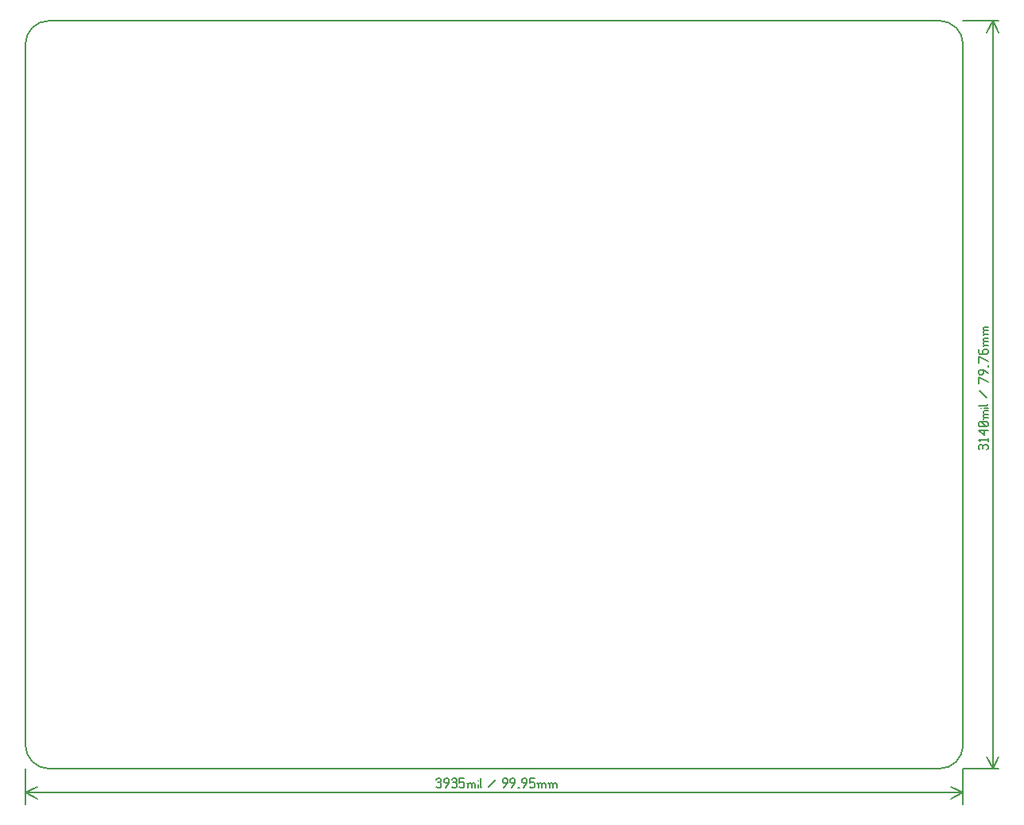
<source format=gbr>
G04 start of page 4 for group 2 idx 2 *
G04 Title: Nomech, outline *
G04 Creator: pcb 20110918 *
G04 CreationDate: Sun 08 Sep 2013 10:57:53 PM GMT UTC *
G04 For: bertho *
G04 Format: Gerber/RS-274X *
G04 PCB-Dimensions: 430000 350000 *
G04 PCB-Coordinate-Origin: lower left *
%MOIN*%
%FSLAX25Y25*%
%LNOUTLINE*%
%ADD150C,0.0080*%
G54D150*X20000Y26000D02*X393500D01*
X403500Y330000D02*Y36000D01*
X10000Y16000D02*X403500D01*
Y26000D02*Y11000D01*
Y16000D02*X398500Y18500D01*
X403500Y16000D02*X398500Y13500D01*
X20000Y340000D02*X393500D01*
X10000Y330000D02*Y36000D01*
X403500Y26000D02*X418500D01*
X416000D02*X418500Y31000D01*
X416000Y26000D02*X413500Y31000D01*
X403500Y340000D02*X418500D01*
X416000D02*X413500Y335000D01*
X416000Y340000D02*X418500Y335000D01*
X10000Y26000D02*Y11000D01*
Y16000D02*X15000Y13500D01*
X10000Y16000D02*X15000Y18500D01*
X416000Y26000D02*Y340000D01*
X393500Y26000D02*G75*G03X403500Y36000I0J10000D01*G01*
Y330000D02*G75*G03X393500Y340000I-10000J0D01*G01*
X20000D02*G75*G03X10000Y330000I0J-10000D01*G01*
Y36000D02*G75*G03X20000Y26000I10000J0D01*G01*
X182500Y21500D02*X183000Y22000D01*
X184000D01*
X184500Y21500D01*
X184000Y18000D02*X184500Y18500D01*
X183000Y18000D02*X184000D01*
X182500Y18500D02*X183000Y18000D01*
Y20200D02*X184000D01*
X184500Y21500D02*Y20700D01*
Y19700D02*Y18500D01*
Y19700D02*X184000Y20200D01*
X184500Y20700D02*X184000Y20200D01*
X186200Y18000D02*X187700Y20000D01*
Y21500D02*Y20000D01*
X187200Y22000D02*X187700Y21500D01*
X186200Y22000D02*X187200D01*
X185700Y21500D02*X186200Y22000D01*
X185700Y21500D02*Y20500D01*
X186200Y20000D01*
X187700D01*
X188900Y21500D02*X189400Y22000D01*
X190400D01*
X190900Y21500D01*
X190400Y18000D02*X190900Y18500D01*
X189400Y18000D02*X190400D01*
X188900Y18500D02*X189400Y18000D01*
Y20200D02*X190400D01*
X190900Y21500D02*Y20700D01*
Y19700D02*Y18500D01*
Y19700D02*X190400Y20200D01*
X190900Y20700D02*X190400Y20200D01*
X192100Y22000D02*X194100D01*
X192100D02*Y20000D01*
X192600Y20500D01*
X193600D01*
X194100Y20000D01*
Y18500D01*
X193600Y18000D02*X194100Y18500D01*
X192600Y18000D02*X193600D01*
X192100Y18500D02*X192600Y18000D01*
X195800Y19500D02*Y18000D01*
Y19500D02*X196300Y20000D01*
X196800D01*
X197300Y19500D01*
Y18000D01*
Y19500D02*X197800Y20000D01*
X198300D01*
X198800Y19500D01*
Y18000D01*
X195300Y20000D02*X195800Y19500D01*
X200000Y21000D02*Y20900D01*
Y19500D02*Y18000D01*
X201000Y22000D02*Y18500D01*
X201500Y18000D01*
X204300Y18500D02*X207300Y21500D01*
X210800Y18000D02*X212300Y20000D01*
Y21500D02*Y20000D01*
X211800Y22000D02*X212300Y21500D01*
X210800Y22000D02*X211800D01*
X210300Y21500D02*X210800Y22000D01*
X210300Y21500D02*Y20500D01*
X210800Y20000D01*
X212300D01*
X214000Y18000D02*X215500Y20000D01*
Y21500D02*Y20000D01*
X215000Y22000D02*X215500Y21500D01*
X214000Y22000D02*X215000D01*
X213500Y21500D02*X214000Y22000D01*
X213500Y21500D02*Y20500D01*
X214000Y20000D01*
X215500D01*
X216700Y18000D02*X217200D01*
X218900D02*X220400Y20000D01*
Y21500D02*Y20000D01*
X219900Y22000D02*X220400Y21500D01*
X218900Y22000D02*X219900D01*
X218400Y21500D02*X218900Y22000D01*
X218400Y21500D02*Y20500D01*
X218900Y20000D01*
X220400D01*
X221600Y22000D02*X223600D01*
X221600D02*Y20000D01*
X222100Y20500D01*
X223100D01*
X223600Y20000D01*
Y18500D01*
X223100Y18000D02*X223600Y18500D01*
X222100Y18000D02*X223100D01*
X221600Y18500D02*X222100Y18000D01*
X225300Y19500D02*Y18000D01*
Y19500D02*X225800Y20000D01*
X226300D01*
X226800Y19500D01*
Y18000D01*
Y19500D02*X227300Y20000D01*
X227800D01*
X228300Y19500D01*
Y18000D01*
X224800Y20000D02*X225300Y19500D01*
X230000D02*Y18000D01*
Y19500D02*X230500Y20000D01*
X231000D01*
X231500Y19500D01*
Y18000D01*
Y19500D02*X232000Y20000D01*
X232500D01*
X233000Y19500D01*
Y18000D01*
X229500Y20000D02*X230000Y19500D01*
X410500Y160000D02*X410000Y160500D01*
Y161500D02*Y160500D01*
Y161500D02*X410500Y162000D01*
X414000Y161500D02*X413500Y162000D01*
X414000Y161500D02*Y160500D01*
X413500Y160000D02*X414000Y160500D01*
X411800Y161500D02*Y160500D01*
X410500Y162000D02*X411300D01*
X412300D02*X413500D01*
X412300D02*X411800Y161500D01*
X411300Y162000D02*X411800Y161500D01*
X410800Y163200D02*X410000Y164000D01*
X414000D01*
Y164700D02*Y163200D01*
X412500Y165900D02*X410000Y167900D01*
X412500Y168400D02*Y165900D01*
X410000Y167900D02*X414000D01*
X413500Y169600D02*X414000Y170100D01*
X410500Y169600D02*X413500D01*
X410500D02*X410000Y170100D01*
Y171100D02*Y170100D01*
Y171100D02*X410500Y171600D01*
X413500D01*
X414000Y171100D02*X413500Y171600D01*
X414000Y171100D02*Y170100D01*
X413000Y169600D02*X411000Y171600D01*
X412500Y173300D02*X414000D01*
X412500D02*X412000Y173800D01*
Y174300D02*Y173800D01*
Y174300D02*X412500Y174800D01*
X414000D01*
X412500D02*X412000Y175300D01*
Y175800D02*Y175300D01*
Y175800D02*X412500Y176300D01*
X414000D01*
X412000Y172800D02*X412500Y173300D01*
X411000Y177500D02*X411100D01*
X412500D02*X414000D01*
X410000Y178500D02*X413500D01*
X414000Y179000D01*
X413500Y181800D02*X410500Y184800D01*
X414000Y188300D02*X410000Y190300D01*
Y187800D01*
X414000Y192000D02*X412000Y193500D01*
X410500D02*X412000D01*
X410000Y193000D02*X410500Y193500D01*
X410000Y193000D02*Y192000D01*
X410500Y191500D02*X410000Y192000D01*
X410500Y191500D02*X411500D01*
X412000Y192000D01*
Y193500D02*Y192000D01*
X414000Y195200D02*Y194700D01*
Y196900D02*X410000Y198900D01*
Y196400D01*
Y201600D02*X410500Y202100D01*
X410000Y201600D02*Y200600D01*
X410500Y200100D02*X410000Y200600D01*
X410500Y200100D02*X413500D01*
X414000Y200600D01*
X411800Y201600D02*X412300Y202100D01*
X411800Y201600D02*Y200100D01*
X414000Y201600D02*Y200600D01*
Y201600D02*X413500Y202100D01*
X412300D02*X413500D01*
X412500Y203800D02*X414000D01*
X412500D02*X412000Y204300D01*
Y204800D02*Y204300D01*
Y204800D02*X412500Y205300D01*
X414000D01*
X412500D02*X412000Y205800D01*
Y206300D02*Y205800D01*
Y206300D02*X412500Y206800D01*
X414000D01*
X412000Y203300D02*X412500Y203800D01*
Y208500D02*X414000D01*
X412500D02*X412000Y209000D01*
Y209500D02*Y209000D01*
Y209500D02*X412500Y210000D01*
X414000D01*
X412500D02*X412000Y210500D01*
Y211000D02*Y210500D01*
Y211000D02*X412500Y211500D01*
X414000D01*
X412000Y208000D02*X412500Y208500D01*
M02*

</source>
